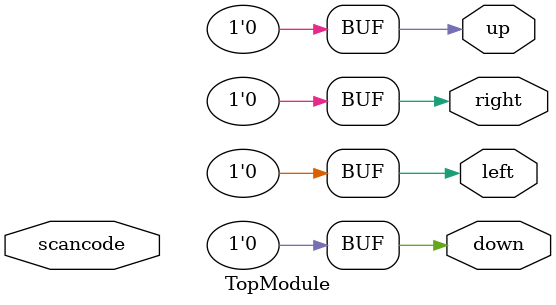
<source format=v>
module TopModule (
  input [15:0] scancode,
  output reg left,
  output reg down,
  output reg right,
  output reg up
);

  // Module body - leave empty or add minimal initialization
  // Example:
  initial begin
    left <= 0;
    down <= 0;
    right <= 0;
    up <= 0;
  end

endmodule
</source>
